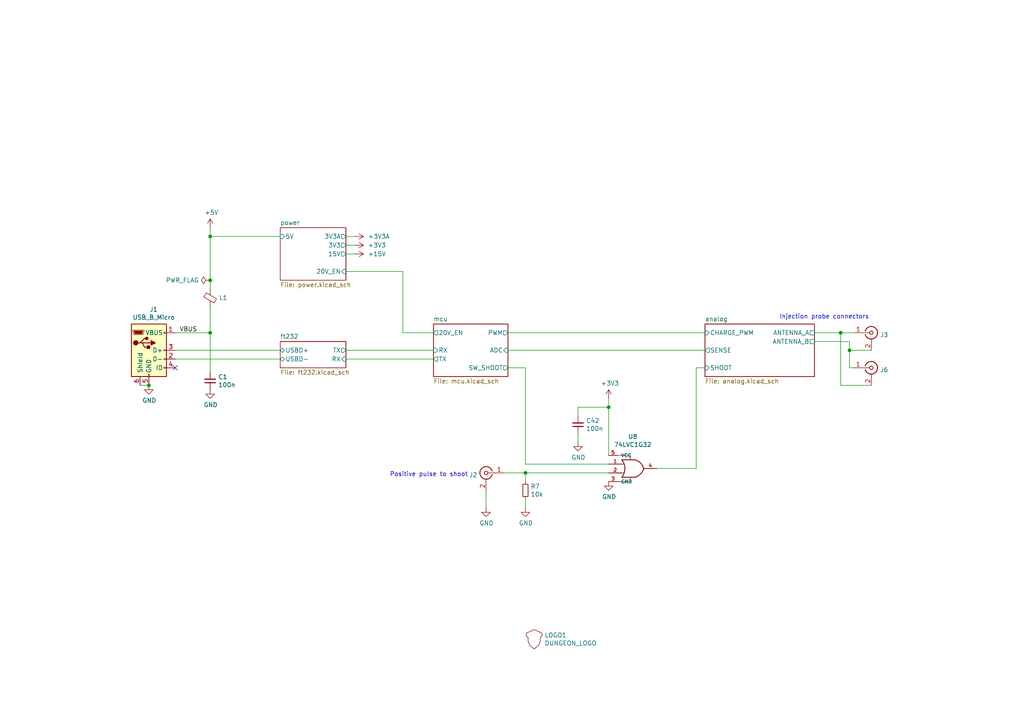
<source format=kicad_sch>
(kicad_sch (version 20230121) (generator eeschema)
  (paper "A4")
  (title_block (title "Electromagnetic Fault Injector") (date "2019-10-29") (rev "0.1") (company "Ledger"))
  (lib_symbols
    (symbol "Connector:Conn_Coaxial" (pin_names (offset 1.016) hide)
      (property "Reference" "J" (at 0.254 3.048 0))
      (property "Value" "Conn_Coaxial" (at 2.921 0 90))
      (symbol "Conn_Coaxial_0_1"
        (arc (start -1.778 -0.508) (mid 0.222 -1.808) (end 1.778 0) (stroke (width 0.254)))
        (polyline (pts (xy -2.54 0) (xy -0.508 0)))
        (polyline (pts (xy 0 -2.54) (xy 0 -1.778)))
        (circle (center 0 0) (radius 0.508) (stroke (width 0.2032)))
        (arc (start 1.778 0) (mid 0.222 1.8083) (end -1.778 0.508) (stroke (width 0.254)))
      )
      (symbol "Conn_Coaxial_1_1"
        (pin passive line (at -5.08 0 0) (length 2.54) (name "In") (number "1"))
        (pin passive line (at 0 -5.08 90) (length 2.54) (name "Ext") (number "2"))
      )
    )
    (symbol "Connector:USB_B_Micro" (pin_names (offset 1.016))
      (property "Reference" "J" (at -5.08 11.43 0))
      (property "Value" "USB_B_Micro" (at -5.08 8.89 0))
      (symbol "USB_B_Micro_0_1"
        (rectangle (start -5.08 -7.62) (end 5.08 7.62) (stroke (width 0.254)) (fill (type background)))
        (circle (center -3.81 2.159) (radius 0.635) (stroke (width 0.254)) (fill (type outline)))
        (circle (center -0.635 3.429) (radius 0.381) (stroke (width 0.254)) (fill (type outline)))
        (rectangle (start -0.127 -7.62) (end 0.127 -6.858))
        (polyline (pts (xy -1.905 2.159) (xy 0.635 2.159)) (stroke (width 0.254)))
        (polyline (pts (xy -3.175 2.159) (xy -2.54 2.159) (xy -1.27 3.429) (xy -0.635 3.429)) (stroke (width 0.254)))
        (polyline (pts (xy -2.54 2.159) (xy -1.905 2.159) (xy -1.27 0.889) (xy 0 0.889)) (stroke (width 0.254)))
        (polyline (pts (xy 0.635 2.794) (xy 0.635 1.524) (xy 1.905 2.159) (xy 0.635 2.794)) (stroke (width 0.254)) (fill (type outline)))
        (polyline (pts (xy -4.318 5.588) (xy -1.778 5.588) (xy -2.032 4.826) (xy -4.064 4.826) (xy -4.318 5.588)) (fill (type outline)))
        (polyline (pts (xy -4.699 5.842) (xy -4.699 5.588) (xy -4.445 4.826) (xy -4.445 4.572) (xy -1.651 4.572) (xy -1.651 4.826) (xy -1.397 5.588) (xy -1.397 5.842) (xy -4.699 5.842)))
        (rectangle (start 0.254 1.27) (end -0.508 0.508) (stroke (width 0.254)) (fill (type outline)))
        (rectangle (start 5.08 -5.207) (end 4.318 -4.953))
        (rectangle (start 5.08 -2.667) (end 4.318 -2.413))
        (rectangle (start 5.08 -0.127) (end 4.318 0.127))
        (rectangle (start 5.08 4.953) (end 4.318 5.207))
      )
      (symbol "USB_B_Micro_1_1"
        (pin power_out line (at 7.62 5.08 180) (length 2.54) (name "VBUS") (number "1"))
        (pin bidirectional line (at 7.62 -2.54 180) (length 2.54) (name "D-") (number "2"))
        (pin bidirectional line (at 7.62 0 180) (length 2.54) (name "D+") (number "3"))
        (pin passive line (at 7.62 -5.08 180) (length 2.54) (name "ID") (number "4"))
        (pin power_out line (at 0 -10.16 90) (length 2.54) (name "GND") (number "5"))
        (pin passive line (at -2.54 -10.16 90) (length 2.54) (name "Shield") (number "6"))
      )
    )
    (symbol "Device:C_Small" (pin_numbers hide) (pin_names (offset 0.254) hide)
      (property "Reference" "C" (at 0.254 1.778 0))
      (property "Value" "C_Small" (at 0.254 -2.032 0))
      (symbol "C_Small_0_1"
        (polyline (pts (xy -1.524 -0.508) (xy 1.524 -0.508)) (stroke (width 0.3302)))
        (polyline (pts (xy -1.524 0.508) (xy 1.524 0.508)) (stroke (width 0.3048)))
      )
      (symbol "C_Small_1_1"
        (pin passive line (at 0 2.54 270) (length 2.032) (name "~") (number "1"))
        (pin passive line (at 0 -2.54 90) (length 2.032) (name "~") (number "2"))
      )
    )
    (symbol "Device:Ferrite_Bead_Small" (pin_numbers hide) (pin_names (offset 0))
      (property "Reference" "FB" (at 1.905 1.27 0))
      (property "Value" "Device_Ferrite_Bead_Small" (at 1.905 -1.27 0))
      (symbol "Ferrite_Bead_Small_0_1"
        (polyline (pts (xy 0 -1.27) (xy 0 -0.7874)))
        (polyline (pts (xy 0 0.889) (xy 0 1.2954)))
        (polyline (pts (xy -1.8288 0.2794) (xy -1.1176 1.4986) (xy 1.8288 -0.2032) (xy 1.1176 -1.4224) (xy -1.8288 0.2794)))
      )
      (symbol "Ferrite_Bead_Small_1_1"
        (pin passive line (at 0 2.54 270) (length 1.27) (name "~") (number "1"))
        (pin passive line (at 0 -2.54 90) (length 1.27) (name "~") (number "2"))
      )
    )
    (symbol "Device:R_Small" (pin_numbers hide) (pin_names (offset 0.254) hide)
      (property "Reference" "R" (at 0.762 0.508 0))
      (property "Value" "R_Small" (at 0.762 -1.016 0))
      (symbol "R_Small_0_1"
        (rectangle (start -0.762 1.778) (end 0.762 -1.778) (stroke (width 0.2032)))
      )
      (symbol "R_Small_1_1"
        (pin passive line (at 0 2.54 270) (length 0.762) (name "~") (number "1"))
        (pin passive line (at 0 -2.54 90) (length 0.762) (name "~") (number "2"))
      )
    )
    (symbol "mylib:+3V3A" (power) (pin_numbers hide) (pin_names (offset 1.016))
      (property "Value" "mylib_+3V3A" (at 0 0 0))
      (symbol "+3V3A_1_1"
        (polyline (pts (xy -0.762 1.27) (xy 0 2.54)))
        (polyline (pts (xy 0 0) (xy 0 2.54)))
        (polyline (pts (xy 0 2.54) (xy 0.762 1.27)))
        (pin power_in line (at 0 0 90) (length 0) hide (name "+3V3A") (number "1"))
      )
    )
    (symbol "mylib:74LVC1G32" (pin_names (offset 1.016))
      (property "Reference" "U" (at -2.54 3.81 0))
      (property "Value" "mylib_74LVC1G32" (at 0 -3.81 0))
      (symbol "74LVC1G32_0_1"
        (arc (start -3.81 -2.54) (mid -2.919 0) (end -3.81 2.54) (stroke (width 0.254)))
        (arc (start 0 -2.54) (mid 1.601 -1.601) (end 2.54 0) (stroke (width 0.254)))
        (polyline (pts (xy -3.81 -1.27) (xy -3.175 -1.27)))
        (polyline (pts (xy -3.81 1.27) (xy -3.175 1.27)))
        (polyline (pts (xy 0 -2.54) (xy -3.81 -2.54)) (stroke (width 0.254)) (fill (type background)))
        (polyline (pts (xy 0 2.54) (xy -3.81 2.54)) (stroke (width 0.254)) (fill (type background)))
        (polyline (pts (xy -5.08 -3.81) (xy -1.27 -3.81) (xy -1.27 -2.54)))
        (polyline (pts (xy -5.08 3.81) (xy -1.27 3.81) (xy -1.27 2.54)))
        (arc (start 2.54 0) (mid 1.6136 1.6136) (end 0 2.54) (stroke (width 0.254)))
      )
      (symbol "74LVC1G32_1_1"
        (pin input line (at -7.62 1.27 0) (length 3.81) (name "~") (number "1"))
        (pin input line (at -7.62 -1.27 0) (length 3.81) (name "~") (number "2"))
        (pin power_in line (at -7.62 -3.81 0) (length 2.54) (name "GND") (number "3"))
        (pin output line (at 6.35 0 180) (length 3.81) (name "~") (number "4"))
        (pin power_in line (at -7.62 3.81 0) (length 2.54) (name "VCC") (number "5"))
      )
    )
    (symbol "mylib:DUNGEON_LOGO" (pin_names (offset 1.016))
      (property "Reference" "LOGO" (at 0 0 0))
      (property "Value" "mylib_DUNGEON_LOGO" (at 0 0 0))
      (symbol "DUNGEON_LOGO_0_1"
        (polyline (pts (xy 0 2.794) (xy 2.286 1.778) (xy 2.286 1.016) (xy 1.778 0.508) (xy 1.778 -0.508) (xy 1.27 -1.778) (xy 0 -2.794) (xy -1.27 -1.778) (xy -1.778 -0.508) (xy -1.778 0.508) (xy -2.286 1.016) (xy -2.286 1.778) (xy 0 2.794)))
      )
    )
    (symbol "power:+15V" (power) (pin_names (offset 0))
      (property "Value" "+15V" (at 0 3.556 0))
      (symbol "+15V_0_1"
        (polyline (pts (xy -0.762 1.27) (xy 0 2.54)))
        (polyline (pts (xy 0 0) (xy 0 2.54)))
        (polyline (pts (xy 0 2.54) (xy 0.762 1.27)))
      )
      (symbol "+15V_1_1"
        (pin power_in line (at 0 0 90) (length 0) hide (name "+15V") (number "1"))
      )
    )
    (symbol "power:+3V3" (power) (pin_names (offset 0))
      (property "Value" "+3V3" (at 0 3.556 0))
      (symbol "+3V3_0_1"
        (polyline (pts (xy -0.762 1.27) (xy 0 2.54)))
        (polyline (pts (xy 0 0) (xy 0 2.54)))
        (polyline (pts (xy 0 2.54) (xy 0.762 1.27)))
      )
      (symbol "+3V3_1_1"
        (pin power_in line (at 0 0 90) (length 0) hide (name "+3V3") (number "1"))
      )
    )
    (symbol "power:+5V" (power) (pin_names (offset 0))
      (property "Value" "+5V" (at 0 3.556 0))
      (symbol "+5V_0_1"
        (polyline (pts (xy -0.762 1.27) (xy 0 2.54)))
        (polyline (pts (xy 0 0) (xy 0 2.54)))
        (polyline (pts (xy 0 2.54) (xy 0.762 1.27)))
      )
      (symbol "+5V_1_1"
        (pin power_in line (at 0 0 90) (length 0) hide (name "+5V") (number "1"))
      )
    )
    (symbol "power:GND" (power) (pin_names (offset 0))
      (property "Value" "GND" (at 0 -3.81 0))
      (symbol "GND_0_1"
        (polyline (pts (xy 0 0) (xy 0 -1.27) (xy 1.27 -1.27) (xy 0 -2.54) (xy -1.27 -1.27) (xy 0 -1.27)))
      )
      (symbol "GND_1_1"
        (pin power_in line (at 0 0 270) (length 0) hide (name "GND") (number "1"))
      )
    )
    (symbol "power:PWR_FLAG" (power) (pin_numbers hide) (pin_names (offset 0) hide)
      (property "Value" "PWR_FLAG" (at 0 3.81 0))
      (symbol "PWR_FLAG_0_0"
        (pin power_out line (at 0 0 90) (length 0) (name "pwr") (number "1"))
      )
      (symbol "PWR_FLAG_0_1"
        (polyline (pts (xy 0 0) (xy 0 1.27) (xy -1.016 1.905) (xy 0 2.54) (xy 1.016 1.905) (xy 0 1.27)))
      )
    )
  )
  (junction (at 60.96 81.28))
  (junction (at 176.53 118.11))
  (junction (at 152.4 137.16))
  (junction (at 246.38 101.6))
  (junction (at 43.18 111.76))
  (junction (at 60.96 96.52))
  (junction (at 243.84 96.52))
  (junction (at 60.96 68.58))
  (no_connect (at 50.8 106.68))
  (wire (pts (xy 167.64 125.73) (xy 167.64 128.27)))
  (wire (pts (xy 176.53 137.16) (xy 152.4 137.16)))
  (wire (pts (xy 100.33 104.14) (xy 125.73 104.14)))
  (wire (pts (xy 152.4 137.16) (xy 152.4 139.7)))
  (wire (pts (xy 252.73 101.6) (xy 246.38 101.6)))
  (wire (pts (xy 246.38 99.06) (xy 236.22 99.06)))
  (wire (pts (xy 243.84 96.52) (xy 247.65 96.52)))
  (wire (pts (xy 60.96 66.04) (xy 60.96 68.58)))
  (wire (pts (xy 60.96 96.52) (xy 60.96 107.95)))
  (wire (pts (xy 204.47 96.52) (xy 147.32 96.52)))
  (wire (pts (xy 152.4 106.68) (xy 147.32 106.68)))
  (wire (pts (xy 60.96 68.58) (xy 60.96 81.28)))
  (wire (pts (xy 176.53 115.57) (xy 176.53 118.11)))
  (wire (pts (xy 116.84 96.52) (xy 116.84 78.74)))
  (wire (pts (xy 60.96 83.82) (xy 60.96 81.28)))
  (wire (pts (xy 147.32 101.6) (xy 204.47 101.6)))
  (wire (pts (xy 81.28 104.14) (xy 50.8 104.14)))
  (wire (pts (xy 247.65 106.68) (xy 246.38 106.68)))
  (wire (pts (xy 102.87 68.58) (xy 100.33 68.58)))
  (wire (pts (xy 152.4 144.78) (xy 152.4 147.32)))
  (wire (pts (xy 152.4 134.62) (xy 152.4 106.68)))
  (wire (pts (xy 102.87 71.12) (xy 100.33 71.12)))
  (wire (pts (xy 167.64 118.11) (xy 167.64 120.65)))
  (wire (pts (xy 152.4 137.16) (xy 146.05 137.16)))
  (wire (pts (xy 102.87 73.66) (xy 100.33 73.66)))
  (wire (pts (xy 152.4 134.62) (xy 176.53 134.62)))
  (wire (pts (xy 125.73 101.6) (xy 100.33 101.6)))
  (wire (pts (xy 81.28 68.58) (xy 60.96 68.58)))
  (wire (pts (xy 246.38 106.68) (xy 246.38 101.6)))
  (wire (pts (xy 252.73 111.76) (xy 243.84 111.76)))
  (wire (pts (xy 176.53 118.11) (xy 167.64 118.11)))
  (wire (pts (xy 201.93 106.68) (xy 204.47 106.68)))
  (wire (pts (xy 43.18 111.76) (xy 40.64 111.76)))
  (wire (pts (xy 246.38 101.6) (xy 246.38 99.06)))
  (wire (pts (xy 201.93 135.89) (xy 201.93 106.68)))
  (wire (pts (xy 50.8 96.52) (xy 60.96 96.52)))
  (wire (pts (xy 243.84 111.76) (xy 243.84 96.52)))
  (wire (pts (xy 125.73 96.52) (xy 116.84 96.52)))
  (wire (pts (xy 176.53 118.11) (xy 176.53 132.08)))
  (wire (pts (xy 50.8 101.6) (xy 81.28 101.6)))
  (wire (pts (xy 236.22 96.52) (xy 243.84 96.52)))
  (wire (pts (xy 116.84 78.74) (xy 100.33 78.74)))
  (wire (pts (xy 140.97 147.32) (xy 140.97 142.24)))
  (wire (pts (xy 60.96 96.52) (xy 60.96 88.9)))
  (wire (pts (xy 190.5 135.89) (xy 201.93 135.89)))
  (text "Positive pulse to shoot" (at 113.03 138.43 0) (effects (font (size 1.27 1.27)) (justify left bottom)))
  (text "Injection probe connectors" (at 226.06 92.71 0) (effects (font (size 1.27 1.27)) (justify left bottom)))
  (label "VBUS" (at 52.07 96.52 0))
  (symbol (lib_id "Connector:USB_B_Micro") (at 43.18 101.6 0) (unit 1)
    (property "Reference" "J1" (at 44.577 89.7382 0))
    (property "Value" "USB_B_Micro" (at 44.577 92.0496 0))
    (property "Footprint" "Connector_USB:USB_Micro-B_Wuerth_629105150521" (effects hide))
    (property "Manufacturer" "Wurth Electronik" (effects hide))
    (property "ManufacturerRef" "629105150521" (effects hide))
    (property "Price" "1.70" (effects hide))
    (property "Vendor" "Farnell" (effects hide))
    (property "VendorRef" "2470822" (effects hide))
  )
  (symbol (lib_id "power:+5V") (at 60.96 66.04 0) (unit 1)
    (property "Reference" "#PWR02" (effects hide))
    (property "Value" "+5V" (at 61.341 61.6458 0))
  )
  (symbol (lib_id "Device:Ferrite_Bead_Small") (at 60.96 86.36 180) (unit 1)
    (property "Reference" "L1" (at 63.5 86.36 0) (effects (justify right)))
    (property "Value" "Ferrite_Bead_Small" (effects hide))
    (property "Footprint" "Inductor_SMD:L_0603_1608Metric" (effects hide))
    (property "Vendor" "Farnell" (effects hide))
    (property "VendorRef" "1515746" (effects hide))
    (property "Manufacturer" "Murata" (effects hide))
    (property "ManufacturerRef" "BLM18PG600SN1D" (effects hide))
    (property "Price" "0.0492" (effects hide))
  )
  (symbol (lib_id "power:GND") (at 43.18 111.76 0) (unit 1)
    (property "Reference" "#PWR01" (effects hide))
    (property "Value" "GND" (at 43.307 116.1542 0))
  )
  (symbol (lib_id "Device:C_Small") (at 60.96 110.49 180) (unit 1)
    (property "Reference" "C1" (at 63.2968 109.3216 0) (effects (justify right)))
    (property "Value" "100n" (at 63.2968 111.633 0) (effects (justify right)))
    (property "Footprint" "Capacitor_SMD:C_0603_1608Metric" (effects hide))
    (property "Manufacturer" "Multicomp" (effects hide))
    (property "Vendor" "Farnell" (effects hide))
    (property "ManufacturerRef" "MC0603B104K250CT" (effects hide))
    (property "VendorRef" "1759037" (effects hide))
    (property "Price" "0.0477" (effects hide))
    (property "Voltage" "25" (effects hide))
  )
  (symbol (lib_id "power:GND") (at 60.96 113.03 0) (unit 1)
    (property "Reference" "#PWR03" (effects hide))
    (property "Value" "GND" (at 61.087 117.4242 0))
  )
  (symbol (lib_id "mylib:DUNGEON_LOGO") (at 154.94 185.42 0) (unit 1)
    (property "Reference" "LOGO1" (at 157.9372 184.2516 0) (effects (justify left)))
    (property "Value" "DUNGEON_LOGO" (at 157.9372 186.563 0) (effects (justify left)))
    (property "Footprint" "mykicadlibs:donjon-2000" (effects hide))
  )
  (symbol (lib_id "power:PWR_FLAG") (at 60.96 81.28 90) (unit 1)
    (property "Reference" "#FLG01" (effects hide))
    (property "Value" "PWR_FLAG" (at 57.7088 81.28 90) (effects (justify left)))
  )
  (symbol (lib_id "mylib:+3V3A") (at 102.87 68.58 270) (unit 1)
    (property "Reference" "#PWR?01" (effects hide))
    (property "Value" "+3V3A" (at 106.68 68.58 90) (effects (justify left)))
  )
  (symbol (lib_id "power:+3V3") (at 102.87 71.12 270) (unit 1)
    (property "Reference" "#PWR04" (effects hide))
    (property "Value" "+3V3" (at 106.68 71.12 90) (effects (justify left)))
  )
  (symbol (lib_id "Connector:Conn_Coaxial") (at 252.73 96.52 0) (unit 1)
    (property "Reference" "J3" (at 255.2446 97.1296 0) (effects (justify left)))
    (property "Value" "Conn_Coaxial" (effects hide))
    (property "Footprint" "mykicadlibs:SAMTEC_SMA_J_P_H_ST_EM3" (effects hide))
    (property "Datasheet" " ~" (effects hide))
    (property "Manufacturer" "Samtec" (effects hide))
    (property "ManufacturerRef" "SMA-J-P-H-ST-EM3" (effects hide))
    (property "Price" "4.57" (effects hide))
    (property "Vendor" "Farnell" (effects hide))
    (property "VendorRef" "2856819" (effects hide))
  )
  (symbol (lib_id "Connector:Conn_Coaxial") (at 140.97 137.16 0) (mirror y) (unit 1)
    (property "Reference" "J2" (at 138.4554 137.7696 0) (effects (justify left)))
    (property "Value" "Conn_Coaxial" (effects hide))
    (property "Footprint" "mykicadlibs:SAMTEC_SMA_J_P_H_ST_EM3" (effects hide))
    (property "Datasheet" " ~" (effects hide))
    (property "Manufacturer" "Samtec" (effects hide))
    (property "ManufacturerRef" "SMA-J-P-H-ST-EM3" (effects hide))
    (property "Price" "4.57" (effects hide))
    (property "Vendor" "Farnell" (effects hide))
    (property "VendorRef" "2856819" (effects hide))
  )
  (symbol (lib_id "power:GND") (at 140.97 147.32 0) (unit 1)
    (property "Reference" "#PWR0101" (effects hide))
    (property "Value" "GND" (at 141.097 151.7142 0))
  )
  (symbol (lib_id "power:+15V") (at 102.87 73.66 270) (unit 1)
    (property "Reference" "#PWR0102" (effects hide))
    (property "Value" "+15V" (at 106.68 73.66 90) (effects (justify left)))
  )
  (symbol (lib_id "Connector:Conn_Coaxial") (at 252.73 106.68 0) (unit 1)
    (property "Reference" "J6" (at 255.2446 107.2896 0) (effects (justify left)))
    (property "Value" "Conn_Coaxial" (effects hide))
    (property "Footprint" "mykicadlibs:SAMTEC_SMA_J_P_H_ST_EM3" (effects hide))
    (property "Datasheet" " ~" (effects hide))
    (property "Manufacturer" "Samtec" (effects hide))
    (property "ManufacturerRef" "SMA-J-P-H-ST-EM3" (effects hide))
    (property "Price" "4.57" (effects hide))
    (property "Vendor" "Farnell" (effects hide))
    (property "VendorRef" "2856819" (effects hide))
  )
  (symbol (lib_id "Device:R_Small") (at 152.4 142.24 0) (unit 1)
    (property "Reference" "R7" (at 153.8986 141.0716 0) (effects (justify left)))
    (property "Value" "10k" (at 153.8986 143.383 0) (effects (justify left)))
    (property "Footprint" "Resistor_SMD:R_0603_1608Metric" (effects hide))
    (property "Manufacturer" "TE Connectivity" (effects hide))
    (property "ManufacturerRef" "CRGH0603J10K" (effects hide))
    (property "Price" "0.038" (effects hide))
    (property "Vendor" "Farnell" (effects hide))
    (property "VendorRef" "2331740" (effects hide))
  )
  (symbol (lib_id "power:GND") (at 152.4 147.32 0) (unit 1)
    (property "Reference" "#PWR0110" (effects hide))
    (property "Value" "GND" (at 152.527 151.7142 0))
  )
  (symbol (lib_id "mylib:74LVC1G32") (at 184.15 135.89 0) (unit 1)
    (property "Reference" "U8" (at 183.515 126.6444 0))
    (property "Value" "74LVC1G32" (at 183.515 128.9558 0))
    (property "Footprint" "Package_TO_SOT_SMD:SOT-353_SC-70-5" (effects hide))
    (property "Datasheet" "http://www.ti.com/lit/sg/scyt129e/scyt129e.pdf" (effects hide))
    (property "Manufacturer" "Nexperia" (effects hide))
    (property "ManufacturerRef" "74LVC1G32GW,125" (effects hide))
    (property "Vendor" "Farnell" (effects hide))
    (property "VendorRef" "1631689" (effects hide))
    (property "Price" "0.151" (effects hide))
  )
  (symbol (lib_id "power:GND") (at 176.53 139.7 0) (unit 1)
    (property "Reference" "#PWR0119" (effects hide))
    (property "Value" "GND" (at 176.657 144.0942 0))
  )
  (symbol (lib_id "Device:C_Small") (at 167.64 123.19 180) (unit 1)
    (property "Reference" "C42" (at 169.9768 122.0216 0) (effects (justify right)))
    (property "Value" "100n" (at 169.9768 124.333 0) (effects (justify right)))
    (property "Footprint" "Capacitor_SMD:C_0603_1608Metric" (effects hide))
    (property "Manufacturer" "Multicomp" (effects hide))
    (property "Vendor" "Farnell" (effects hide))
    (property "ManufacturerRef" "MC0603B104K250CT" (effects hide))
    (property "VendorRef" "1759037" (effects hide))
    (property "Price" "0.0477" (effects hide))
    (property "Voltage" "25" (effects hide))
  )
  (symbol (lib_id "power:+3V3") (at 176.53 115.57 0) (unit 1)
    (property "Reference" "#PWR0118" (effects hide))
    (property "Value" "+3V3" (at 176.911 111.1758 0))
  )
  (symbol (lib_id "power:GND") (at 167.64 128.27 0) (unit 1)
    (property "Reference" "#PWR0120" (effects hide))
    (property "Value" "GND" (at 167.767 132.6642 0))
  )
  (sheet (at 81.28 99.06) (size 19.05 7.62)
    (property "Sheetname" "ft232" (at 81.28 98.3484 0) (effects (justify left bottom)))
    (property "Sheetfile" "ft232.kicad_sch" (at 81.28 107.2646 0) (effects (justify left top)))
    (pin "TX" output (at 100.33 101.6 0))
    (pin "RX" input (at 100.33 104.14 0))
    (pin "USBD+" bidirectional (at 81.28 101.6 180))
    (pin "USBD-" bidirectional (at 81.28 104.14 180))
  )
  (sheet (at 125.73 93.98) (size 21.59 15.24)
    (property "Sheetname" "mcu" (at 125.73 93.2684 0) (effects (justify left bottom)))
    (property "Sheetfile" "mcu.kicad_sch" (at 125.73 109.8046 0) (effects (justify left top)))
    (pin "TX" output (at 125.73 104.14 180))
    (pin "RX" input (at 125.73 101.6 180))
    (pin "PWM" output (at 147.32 96.52 0))
    (pin "ADC" input (at 147.32 101.6 0))
    (pin "20V_EN" output (at 125.73 96.52 180))
    (pin "SW_SHOOT" output (at 147.32 106.68 0))
  )
  (sheet (at 81.28 66.04) (size 19.05 15.24)
    (property "Sheetname" "power" (at 81.28 65.3284 0) (effects (justify left bottom)))
    (property "Sheetfile" "power.kicad_sch" (at 81.28 81.8646 0) (effects (justify left top)))
    (pin "5V" input (at 81.28 68.58 180))
    (pin "3V3A" output (at 100.33 68.58 0))
    (pin "3V3" output (at 100.33 71.12 0))
    (pin "20V_EN" input (at 100.33 78.74 0))
    (pin "15V" output (at 100.33 73.66 0))
  )
  (sheet (at 204.47 93.98) (size 31.75 15.24)
    (property "Sheetname" "analog" (at 204.47 93.2684 0) (effects (justify left bottom)))
    (property "Sheetfile" "analog.kicad_sch" (at 204.47 109.8046 0) (effects (justify left top)))
    (pin "SENSE" output (at 204.47 101.6 180))
    (pin "CHARGE_PWM" input (at 204.47 96.52 180))
    (pin "ANTENNA_A" passive (at 236.22 96.52 0))
    (pin "ANTENNA_B" passive (at 236.22 99.06 0))
    (pin "SHOOT" input (at 204.47 106.68 180))
  )
)
</source>
